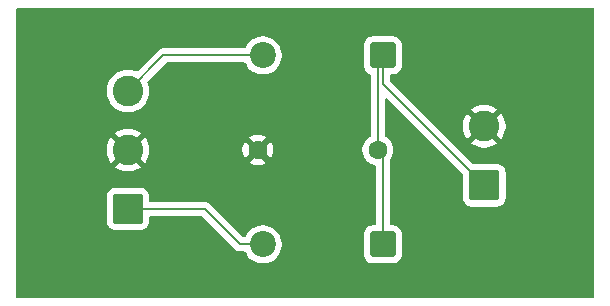
<source format=gbr>
%TF.GenerationSoftware,KiCad,Pcbnew,9.0.2*%
%TF.CreationDate,2025-06-05T14:58:04+05:30*%
%TF.ProjectId,fullwave rectifier,66756c6c-7761-4766-9520-726563746966,v1*%
%TF.SameCoordinates,Original*%
%TF.FileFunction,Copper,L2,Bot*%
%TF.FilePolarity,Positive*%
%FSLAX46Y46*%
G04 Gerber Fmt 4.6, Leading zero omitted, Abs format (unit mm)*
G04 Created by KiCad (PCBNEW 9.0.2) date 2025-06-05 14:58:04*
%MOMM*%
%LPD*%
G01*
G04 APERTURE LIST*
G04 Aperture macros list*
%AMRoundRect*
0 Rectangle with rounded corners*
0 $1 Rounding radius*
0 $2 $3 $4 $5 $6 $7 $8 $9 X,Y pos of 4 corners*
0 Add a 4 corners polygon primitive as box body*
4,1,4,$2,$3,$4,$5,$6,$7,$8,$9,$2,$3,0*
0 Add four circle primitives for the rounded corners*
1,1,$1+$1,$2,$3*
1,1,$1+$1,$4,$5*
1,1,$1+$1,$6,$7*
1,1,$1+$1,$8,$9*
0 Add four rect primitives between the rounded corners*
20,1,$1+$1,$2,$3,$4,$5,0*
20,1,$1+$1,$4,$5,$6,$7,0*
20,1,$1+$1,$6,$7,$8,$9,0*
20,1,$1+$1,$8,$9,$2,$3,0*%
G04 Aperture macros list end*
%TA.AperFunction,ComponentPad*%
%ADD10RoundRect,0.250000X1.050000X-1.050000X1.050000X1.050000X-1.050000X1.050000X-1.050000X-1.050000X0*%
%TD*%
%TA.AperFunction,ComponentPad*%
%ADD11C,2.600000*%
%TD*%
%TA.AperFunction,ComponentPad*%
%ADD12RoundRect,0.249999X0.850001X0.850001X-0.850001X0.850001X-0.850001X-0.850001X0.850001X-0.850001X0*%
%TD*%
%TA.AperFunction,ComponentPad*%
%ADD13C,2.200000*%
%TD*%
%TA.AperFunction,ComponentPad*%
%ADD14C,1.600000*%
%TD*%
%TA.AperFunction,Conductor*%
%ADD15C,0.200000*%
%TD*%
G04 APERTURE END LIST*
D10*
%TO.P,J2,1,Pin_1*%
%TO.N,Net-(D1-K)*%
X220000000Y-148500000D03*
D11*
%TO.P,J2,2,Pin_2*%
%TO.N,GND*%
X220000000Y-143500000D03*
%TD*%
D12*
%TO.P,D1,1,K*%
%TO.N,Net-(D1-K)*%
X211407500Y-137500000D03*
D13*
%TO.P,D1,2,A*%
%TO.N,Net-(D1-A)*%
X201247500Y-137500000D03*
%TD*%
D10*
%TO.P,J1,1,Pin_1*%
%TO.N,Net-(D2-A)*%
X189827500Y-150500000D03*
D11*
%TO.P,J1,2,Pin_2*%
%TO.N,GND*%
X189827500Y-145500000D03*
%TO.P,J1,3,Pin_3*%
%TO.N,Net-(D1-A)*%
X189827500Y-140500000D03*
%TD*%
D12*
%TO.P,D2,1,K*%
%TO.N,Net-(D1-K)*%
X211407500Y-153500000D03*
D13*
%TO.P,D2,2,A*%
%TO.N,Net-(D2-A)*%
X201247500Y-153500000D03*
%TD*%
D14*
%TO.P,R1,1*%
%TO.N,GND*%
X200827500Y-145500000D03*
%TO.P,R1,2*%
%TO.N,Net-(D1-K)*%
X210987500Y-145500000D03*
%TD*%
D15*
%TO.N,Net-(D2-A)*%
X196327500Y-150500000D02*
X189827500Y-150500000D01*
X199327500Y-153500000D02*
X196327500Y-150500000D01*
X201247500Y-153500000D02*
X199327500Y-153500000D01*
%TO.N,Net-(D1-A)*%
X192827500Y-137500000D02*
X201247500Y-137500000D01*
X189827500Y-140500000D02*
X192827500Y-137500000D01*
%TO.N,Net-(D1-K)*%
X210987500Y-137920000D02*
X211407500Y-137500000D01*
X210987500Y-145500000D02*
X210987500Y-137920000D01*
X211407500Y-153500000D02*
X211407500Y-145920000D01*
X211407500Y-137500000D02*
X211407500Y-139907500D01*
X211407500Y-139907500D02*
X220000000Y-148500000D01*
X211407500Y-145920000D02*
X210987500Y-145500000D01*
%TD*%
%TA.AperFunction,Conductor*%
%TO.N,GND*%
G36*
X229270039Y-133520185D02*
G01*
X229315794Y-133572989D01*
X229327000Y-133624500D01*
X229327000Y-157875500D01*
X229307315Y-157942539D01*
X229254511Y-157988294D01*
X229203000Y-157999500D01*
X180452000Y-157999500D01*
X180384961Y-157979815D01*
X180339206Y-157927011D01*
X180328000Y-157875500D01*
X180328000Y-149399983D01*
X188027000Y-149399983D01*
X188027000Y-151600001D01*
X188027001Y-151600018D01*
X188037500Y-151702796D01*
X188037501Y-151702799D01*
X188092685Y-151869331D01*
X188092687Y-151869336D01*
X188111292Y-151899500D01*
X188184788Y-152018656D01*
X188308844Y-152142712D01*
X188458166Y-152234814D01*
X188624703Y-152289999D01*
X188727491Y-152300500D01*
X190927508Y-152300499D01*
X191030297Y-152289999D01*
X191196834Y-152234814D01*
X191346156Y-152142712D01*
X191470212Y-152018656D01*
X191562314Y-151869334D01*
X191617499Y-151702797D01*
X191628000Y-151600009D01*
X191628000Y-151224500D01*
X191647685Y-151157461D01*
X191700489Y-151111706D01*
X191752000Y-151100500D01*
X196027403Y-151100500D01*
X196094442Y-151120185D01*
X196115083Y-151136818D01*
X198958784Y-153980520D01*
X198958786Y-153980521D01*
X198958790Y-153980524D01*
X199095709Y-154059573D01*
X199095716Y-154059577D01*
X199248443Y-154100501D01*
X199248445Y-154100501D01*
X199414154Y-154100501D01*
X199414170Y-154100500D01*
X199681200Y-154100500D01*
X199748239Y-154120185D01*
X199791685Y-154168205D01*
X199878632Y-154338848D01*
X200026701Y-154542649D01*
X200026705Y-154542654D01*
X200204845Y-154720794D01*
X200204850Y-154720798D01*
X200382617Y-154849952D01*
X200408655Y-154868870D01*
X200551684Y-154941747D01*
X200633116Y-154983239D01*
X200633118Y-154983239D01*
X200633121Y-154983241D01*
X200872715Y-155061090D01*
X201121538Y-155100500D01*
X201121539Y-155100500D01*
X201373461Y-155100500D01*
X201373462Y-155100500D01*
X201622285Y-155061090D01*
X201861879Y-154983241D01*
X202086345Y-154868870D01*
X202290156Y-154720793D01*
X202468293Y-154542656D01*
X202616370Y-154338845D01*
X202730741Y-154114379D01*
X202808590Y-153874785D01*
X202848000Y-153625962D01*
X202848000Y-153374038D01*
X202808590Y-153125215D01*
X202730741Y-152885621D01*
X202730739Y-152885618D01*
X202730739Y-152885616D01*
X202689247Y-152804184D01*
X202616370Y-152661155D01*
X202571925Y-152599982D01*
X202468298Y-152457350D01*
X202468294Y-152457345D01*
X202290154Y-152279205D01*
X202290149Y-152279201D01*
X202086348Y-152131132D01*
X202086347Y-152131131D01*
X202086345Y-152131130D01*
X202016247Y-152095413D01*
X201861883Y-152016760D01*
X201622285Y-151938910D01*
X201373462Y-151899500D01*
X201121538Y-151899500D01*
X201055238Y-151910001D01*
X200872714Y-151938910D01*
X200633116Y-152016760D01*
X200408651Y-152131132D01*
X200204850Y-152279201D01*
X200204845Y-152279205D01*
X200026705Y-152457345D01*
X200026701Y-152457350D01*
X199878632Y-152661151D01*
X199791685Y-152831795D01*
X199781235Y-152842859D01*
X199774913Y-152856703D01*
X199757733Y-152867743D01*
X199743711Y-152882591D01*
X199728029Y-152886832D01*
X199716135Y-152894477D01*
X199681200Y-152899500D01*
X199627598Y-152899500D01*
X199560559Y-152879815D01*
X199539917Y-152863181D01*
X196815090Y-150138355D01*
X196815088Y-150138352D01*
X196696217Y-150019481D01*
X196696216Y-150019480D01*
X196609404Y-149969360D01*
X196609404Y-149969359D01*
X196609400Y-149969358D01*
X196559285Y-149940423D01*
X196406557Y-149899499D01*
X196248443Y-149899499D01*
X196240847Y-149899499D01*
X196240831Y-149899500D01*
X191751999Y-149899500D01*
X191684960Y-149879815D01*
X191639205Y-149827011D01*
X191627999Y-149775500D01*
X191627999Y-149399998D01*
X191627998Y-149399981D01*
X191617499Y-149297203D01*
X191617498Y-149297200D01*
X191562314Y-149130666D01*
X191470212Y-148981344D01*
X191346156Y-148857288D01*
X191196834Y-148765186D01*
X191030297Y-148710001D01*
X191030295Y-148710000D01*
X190927510Y-148699500D01*
X188727498Y-148699500D01*
X188727481Y-148699501D01*
X188624703Y-148710000D01*
X188624700Y-148710001D01*
X188458168Y-148765185D01*
X188458163Y-148765187D01*
X188308842Y-148857289D01*
X188184789Y-148981342D01*
X188092687Y-149130663D01*
X188092686Y-149130666D01*
X188037501Y-149297203D01*
X188037501Y-149297204D01*
X188037500Y-149297204D01*
X188027000Y-149399983D01*
X180328000Y-149399983D01*
X180328000Y-145382014D01*
X188027500Y-145382014D01*
X188027500Y-145617985D01*
X188058299Y-145851914D01*
X188119370Y-146079837D01*
X188209660Y-146297819D01*
X188209665Y-146297828D01*
X188327644Y-146502171D01*
X188327645Y-146502172D01*
X188390221Y-146583723D01*
X189226458Y-145747487D01*
X189251478Y-145807890D01*
X189322612Y-145914351D01*
X189413149Y-146004888D01*
X189519610Y-146076022D01*
X189580011Y-146101041D01*
X188743775Y-146937277D01*
X188825327Y-146999854D01*
X188825328Y-146999855D01*
X189029671Y-147117834D01*
X189029680Y-147117839D01*
X189247663Y-147208129D01*
X189247661Y-147208129D01*
X189475585Y-147269200D01*
X189709514Y-147299999D01*
X189709529Y-147300000D01*
X189945471Y-147300000D01*
X189945485Y-147299999D01*
X190179414Y-147269200D01*
X190407337Y-147208129D01*
X190625319Y-147117839D01*
X190625328Y-147117834D01*
X190829681Y-146999850D01*
X190911223Y-146937279D01*
X190911223Y-146937276D01*
X190074987Y-146101041D01*
X190135390Y-146076022D01*
X190241851Y-146004888D01*
X190332388Y-145914351D01*
X190403522Y-145807890D01*
X190428541Y-145747488D01*
X191264776Y-146583723D01*
X191264779Y-146583723D01*
X191327354Y-146502175D01*
X191345808Y-146470214D01*
X191445331Y-146297835D01*
X191445339Y-146297819D01*
X191535629Y-146079837D01*
X191596700Y-145851914D01*
X191627499Y-145617985D01*
X191627500Y-145617971D01*
X191627500Y-145397682D01*
X199527500Y-145397682D01*
X199527500Y-145602317D01*
X199559509Y-145804417D01*
X199622744Y-145999031D01*
X199715641Y-146181350D01*
X199715647Y-146181359D01*
X199748023Y-146225921D01*
X199748024Y-146225922D01*
X200427500Y-145546446D01*
X200427500Y-145552661D01*
X200454759Y-145654394D01*
X200507420Y-145745606D01*
X200581894Y-145820080D01*
X200673106Y-145872741D01*
X200774839Y-145900000D01*
X200781053Y-145900000D01*
X200101576Y-146579474D01*
X200146150Y-146611859D01*
X200328468Y-146704755D01*
X200523082Y-146767990D01*
X200725183Y-146800000D01*
X200929817Y-146800000D01*
X201131917Y-146767990D01*
X201326531Y-146704755D01*
X201508849Y-146611859D01*
X201553421Y-146579474D01*
X200873947Y-145900000D01*
X200880161Y-145900000D01*
X200981894Y-145872741D01*
X201073106Y-145820080D01*
X201147580Y-145745606D01*
X201200241Y-145654394D01*
X201227500Y-145552661D01*
X201227500Y-145546447D01*
X201906974Y-146225921D01*
X201939359Y-146181349D01*
X202032255Y-145999031D01*
X202095490Y-145804417D01*
X202127500Y-145602317D01*
X202127500Y-145397682D01*
X202127495Y-145397648D01*
X209687000Y-145397648D01*
X209687000Y-145602351D01*
X209719022Y-145804534D01*
X209782281Y-145999223D01*
X209821413Y-146076022D01*
X209875085Y-146181359D01*
X209875215Y-146181613D01*
X209995528Y-146347213D01*
X210140286Y-146491971D01*
X210295249Y-146604556D01*
X210305890Y-146612287D01*
X210405775Y-146663181D01*
X210488276Y-146705218D01*
X210488278Y-146705218D01*
X210488281Y-146705220D01*
X210682966Y-146768477D01*
X210702397Y-146771554D01*
X210765529Y-146801480D01*
X210802463Y-146860790D01*
X210807000Y-146894027D01*
X210807000Y-151775500D01*
X210787315Y-151842539D01*
X210734511Y-151888294D01*
X210683000Y-151899500D01*
X210507482Y-151899500D01*
X210404703Y-151910000D01*
X210404702Y-151910001D01*
X210322169Y-151937349D01*
X210238167Y-151965185D01*
X210238162Y-151965187D01*
X210088842Y-152057289D01*
X209964789Y-152181342D01*
X209872687Y-152330662D01*
X209872686Y-152330665D01*
X209817501Y-152497202D01*
X209817501Y-152497203D01*
X209817500Y-152497203D01*
X209807000Y-152599982D01*
X209807000Y-154400017D01*
X209817500Y-154502796D01*
X209872685Y-154669332D01*
X209872686Y-154669335D01*
X209964788Y-154818656D01*
X210088844Y-154942712D01*
X210238165Y-155034814D01*
X210404702Y-155089999D01*
X210507490Y-155100500D01*
X210507495Y-155100500D01*
X212307505Y-155100500D01*
X212307510Y-155100500D01*
X212410298Y-155089999D01*
X212576835Y-155034814D01*
X212726156Y-154942712D01*
X212850212Y-154818656D01*
X212942314Y-154669335D01*
X212997499Y-154502798D01*
X213008000Y-154400010D01*
X213008000Y-152599990D01*
X212997499Y-152497202D01*
X212942314Y-152330665D01*
X212850212Y-152181344D01*
X212726156Y-152057288D01*
X212576835Y-151965186D01*
X212410298Y-151910001D01*
X212410296Y-151910000D01*
X212307517Y-151899500D01*
X212307510Y-151899500D01*
X212132000Y-151899500D01*
X212064961Y-151879815D01*
X212019206Y-151827011D01*
X212008000Y-151775500D01*
X212008000Y-146348233D01*
X212027685Y-146281194D01*
X212031664Y-146275372D01*
X212099787Y-146181610D01*
X212189306Y-146005917D01*
X212192718Y-145999223D01*
X212192718Y-145999222D01*
X212192720Y-145999219D01*
X212255977Y-145804534D01*
X212288000Y-145602352D01*
X212288000Y-145397648D01*
X212267656Y-145269200D01*
X212255977Y-145195465D01*
X212220295Y-145085649D01*
X212192720Y-145000781D01*
X212192718Y-145000778D01*
X212192718Y-145000776D01*
X212153587Y-144923978D01*
X212099787Y-144818390D01*
X212067592Y-144774077D01*
X211979471Y-144652786D01*
X211834713Y-144508028D01*
X211669110Y-144387712D01*
X211655700Y-144380879D01*
X211604906Y-144332903D01*
X211588000Y-144270397D01*
X211588000Y-141236597D01*
X211607685Y-141169558D01*
X211660489Y-141123803D01*
X211729647Y-141113859D01*
X211793203Y-141142884D01*
X211799681Y-141148916D01*
X218163181Y-147512416D01*
X218196666Y-147573739D01*
X218199500Y-147600097D01*
X218199500Y-149600001D01*
X218199501Y-149600018D01*
X218210000Y-149702796D01*
X218210001Y-149702799D01*
X218265185Y-149869331D01*
X218265186Y-149869334D01*
X218357288Y-150018656D01*
X218481344Y-150142712D01*
X218630666Y-150234814D01*
X218797203Y-150289999D01*
X218899991Y-150300500D01*
X221100008Y-150300499D01*
X221202797Y-150289999D01*
X221369334Y-150234814D01*
X221518656Y-150142712D01*
X221642712Y-150018656D01*
X221734814Y-149869334D01*
X221789999Y-149702797D01*
X221800500Y-149600009D01*
X221800499Y-147399992D01*
X221789999Y-147297203D01*
X221734814Y-147130666D01*
X221642712Y-146981344D01*
X221518656Y-146857288D01*
X221425777Y-146800000D01*
X221369336Y-146765187D01*
X221369331Y-146765185D01*
X221367862Y-146764698D01*
X221202797Y-146710001D01*
X221202795Y-146710000D01*
X221100016Y-146699500D01*
X221100009Y-146699500D01*
X219100097Y-146699500D01*
X219033058Y-146679815D01*
X219012416Y-146663181D01*
X215731249Y-143382014D01*
X218200000Y-143382014D01*
X218200000Y-143617985D01*
X218230799Y-143851914D01*
X218291870Y-144079837D01*
X218382160Y-144297819D01*
X218382165Y-144297828D01*
X218500144Y-144502171D01*
X218500145Y-144502172D01*
X218562721Y-144583723D01*
X219398958Y-143747487D01*
X219423978Y-143807890D01*
X219495112Y-143914351D01*
X219585649Y-144004888D01*
X219692110Y-144076022D01*
X219752511Y-144101041D01*
X218916275Y-144937277D01*
X218997827Y-144999854D01*
X218997828Y-144999855D01*
X219202171Y-145117834D01*
X219202180Y-145117839D01*
X219420163Y-145208129D01*
X219420161Y-145208129D01*
X219648085Y-145269200D01*
X219882014Y-145299999D01*
X219882029Y-145300000D01*
X220117971Y-145300000D01*
X220117985Y-145299999D01*
X220351914Y-145269200D01*
X220579837Y-145208129D01*
X220797819Y-145117839D01*
X220797828Y-145117834D01*
X221002181Y-144999850D01*
X221083723Y-144937279D01*
X221083723Y-144937276D01*
X220247487Y-144101041D01*
X220307890Y-144076022D01*
X220414351Y-144004888D01*
X220504888Y-143914351D01*
X220576022Y-143807890D01*
X220601041Y-143747488D01*
X221437276Y-144583723D01*
X221437279Y-144583723D01*
X221499850Y-144502181D01*
X221617834Y-144297828D01*
X221617839Y-144297819D01*
X221708129Y-144079837D01*
X221769200Y-143851914D01*
X221799999Y-143617985D01*
X221800000Y-143617971D01*
X221800000Y-143382028D01*
X221799999Y-143382014D01*
X221769200Y-143148085D01*
X221708129Y-142920162D01*
X221617839Y-142702180D01*
X221617834Y-142702171D01*
X221499855Y-142497828D01*
X221499854Y-142497827D01*
X221437277Y-142416275D01*
X220601041Y-143252511D01*
X220576022Y-143192110D01*
X220504888Y-143085649D01*
X220414351Y-142995112D01*
X220307890Y-142923978D01*
X220247488Y-142898958D01*
X221083723Y-142062721D01*
X221002172Y-142000145D01*
X221002171Y-142000144D01*
X220797828Y-141882165D01*
X220797819Y-141882160D01*
X220579836Y-141791870D01*
X220579838Y-141791870D01*
X220351914Y-141730799D01*
X220117985Y-141700000D01*
X219882014Y-141700000D01*
X219648085Y-141730799D01*
X219420162Y-141791870D01*
X219202180Y-141882160D01*
X219202171Y-141882165D01*
X218997828Y-142000144D01*
X218997818Y-142000150D01*
X218916275Y-142062720D01*
X218916275Y-142062721D01*
X219752512Y-142898958D01*
X219692110Y-142923978D01*
X219585649Y-142995112D01*
X219495112Y-143085649D01*
X219423978Y-143192110D01*
X219398958Y-143252512D01*
X218562721Y-142416275D01*
X218562720Y-142416275D01*
X218500150Y-142497818D01*
X218500144Y-142497828D01*
X218382165Y-142702171D01*
X218382160Y-142702180D01*
X218291870Y-142920162D01*
X218230799Y-143148085D01*
X218200000Y-143382014D01*
X215731249Y-143382014D01*
X212044319Y-139695084D01*
X212010834Y-139633761D01*
X212008000Y-139607403D01*
X212008000Y-139224500D01*
X212027685Y-139157461D01*
X212080489Y-139111706D01*
X212132000Y-139100500D01*
X212307505Y-139100500D01*
X212307510Y-139100500D01*
X212410298Y-139089999D01*
X212576835Y-139034814D01*
X212726156Y-138942712D01*
X212850212Y-138818656D01*
X212942314Y-138669335D01*
X212997499Y-138502798D01*
X213008000Y-138400010D01*
X213008000Y-136599990D01*
X212997499Y-136497202D01*
X212942314Y-136330665D01*
X212850212Y-136181344D01*
X212726156Y-136057288D01*
X212576835Y-135965186D01*
X212410298Y-135910001D01*
X212410296Y-135910000D01*
X212307517Y-135899500D01*
X212307510Y-135899500D01*
X210507490Y-135899500D01*
X210507482Y-135899500D01*
X210404703Y-135910000D01*
X210404702Y-135910001D01*
X210322169Y-135937349D01*
X210238167Y-135965185D01*
X210238162Y-135965187D01*
X210088842Y-136057289D01*
X209964789Y-136181342D01*
X209872687Y-136330662D01*
X209872686Y-136330665D01*
X209817501Y-136497202D01*
X209817501Y-136497203D01*
X209817500Y-136497203D01*
X209807000Y-136599982D01*
X209807000Y-138400017D01*
X209817500Y-138502796D01*
X209872685Y-138669332D01*
X209872687Y-138669337D01*
X209904426Y-138720793D01*
X209964788Y-138818656D01*
X210088844Y-138942712D01*
X210238165Y-139034814D01*
X210302005Y-139055968D01*
X210359448Y-139095739D01*
X210386272Y-139160254D01*
X210387000Y-139173673D01*
X210387000Y-144270397D01*
X210367315Y-144337436D01*
X210319300Y-144380879D01*
X210305889Y-144387712D01*
X210140286Y-144508028D01*
X209995528Y-144652786D01*
X209875215Y-144818386D01*
X209782281Y-145000776D01*
X209719022Y-145195465D01*
X209687000Y-145397648D01*
X202127495Y-145397648D01*
X202095490Y-145195582D01*
X202032255Y-145000968D01*
X201939359Y-144818650D01*
X201906974Y-144774077D01*
X201906974Y-144774076D01*
X201227500Y-145453551D01*
X201227500Y-145447339D01*
X201200241Y-145345606D01*
X201147580Y-145254394D01*
X201073106Y-145179920D01*
X200981894Y-145127259D01*
X200880161Y-145100000D01*
X200873946Y-145100000D01*
X201553422Y-144420524D01*
X201553421Y-144420523D01*
X201508859Y-144388147D01*
X201508850Y-144388141D01*
X201326531Y-144295244D01*
X201131917Y-144232009D01*
X200929817Y-144200000D01*
X200725183Y-144200000D01*
X200523082Y-144232009D01*
X200328468Y-144295244D01*
X200146144Y-144388143D01*
X200101577Y-144420523D01*
X200101577Y-144420524D01*
X200781054Y-145100000D01*
X200774839Y-145100000D01*
X200673106Y-145127259D01*
X200581894Y-145179920D01*
X200507420Y-145254394D01*
X200454759Y-145345606D01*
X200427500Y-145447339D01*
X200427500Y-145453553D01*
X199748024Y-144774077D01*
X199748023Y-144774077D01*
X199715643Y-144818644D01*
X199622744Y-145000968D01*
X199559509Y-145195582D01*
X199527500Y-145397682D01*
X191627500Y-145397682D01*
X191627500Y-145382028D01*
X191627499Y-145382014D01*
X191596700Y-145148085D01*
X191535629Y-144920162D01*
X191445339Y-144702180D01*
X191445334Y-144702171D01*
X191345805Y-144529784D01*
X191345804Y-144529782D01*
X191327359Y-144497834D01*
X191327354Y-144497827D01*
X191264777Y-144416275D01*
X190428541Y-145252511D01*
X190403522Y-145192110D01*
X190332388Y-145085649D01*
X190241851Y-144995112D01*
X190135390Y-144923978D01*
X190074988Y-144898958D01*
X190911223Y-144062721D01*
X190829672Y-144000145D01*
X190829671Y-144000144D01*
X190625328Y-143882165D01*
X190625319Y-143882160D01*
X190407336Y-143791870D01*
X190407338Y-143791870D01*
X190179414Y-143730799D01*
X189945485Y-143700000D01*
X189709514Y-143700000D01*
X189475585Y-143730799D01*
X189247662Y-143791870D01*
X189029680Y-143882160D01*
X189029671Y-143882165D01*
X188825328Y-144000144D01*
X188825318Y-144000150D01*
X188743775Y-144062720D01*
X188743775Y-144062721D01*
X189580012Y-144898958D01*
X189519610Y-144923978D01*
X189413149Y-144995112D01*
X189322612Y-145085649D01*
X189251478Y-145192110D01*
X189226458Y-145252511D01*
X188390221Y-144416275D01*
X188390220Y-144416275D01*
X188327650Y-144497818D01*
X188327644Y-144497828D01*
X188209665Y-144702171D01*
X188209660Y-144702180D01*
X188119370Y-144920162D01*
X188058299Y-145148085D01*
X188027500Y-145382014D01*
X180328000Y-145382014D01*
X180328000Y-140381995D01*
X188027000Y-140381995D01*
X188027000Y-140618004D01*
X188027001Y-140618020D01*
X188057806Y-140852010D01*
X188118894Y-141079993D01*
X188209214Y-141298045D01*
X188209219Y-141298056D01*
X188280177Y-141420957D01*
X188327227Y-141502450D01*
X188327229Y-141502453D01*
X188327230Y-141502454D01*
X188470906Y-141689697D01*
X188470912Y-141689704D01*
X188637795Y-141856587D01*
X188637801Y-141856592D01*
X188825050Y-142000273D01*
X188933213Y-142062721D01*
X189029443Y-142118280D01*
X189029448Y-142118282D01*
X189029451Y-142118284D01*
X189247507Y-142208606D01*
X189475486Y-142269693D01*
X189709489Y-142300500D01*
X189709496Y-142300500D01*
X189945504Y-142300500D01*
X189945511Y-142300500D01*
X190179514Y-142269693D01*
X190407493Y-142208606D01*
X190625549Y-142118284D01*
X190829950Y-142000273D01*
X191017199Y-141856592D01*
X191184092Y-141689699D01*
X191327773Y-141502450D01*
X191445784Y-141298049D01*
X191536106Y-141079993D01*
X191597193Y-140852014D01*
X191628000Y-140618011D01*
X191628000Y-140381989D01*
X191597193Y-140147986D01*
X191536106Y-139920007D01*
X191485983Y-139799001D01*
X191478515Y-139729535D01*
X191509790Y-139667055D01*
X191512835Y-139663899D01*
X193039917Y-138136819D01*
X193101240Y-138103334D01*
X193127598Y-138100500D01*
X199681200Y-138100500D01*
X199748239Y-138120185D01*
X199791685Y-138168205D01*
X199878632Y-138338848D01*
X200026701Y-138542649D01*
X200026705Y-138542654D01*
X200204845Y-138720794D01*
X200204850Y-138720798D01*
X200371003Y-138841514D01*
X200408655Y-138868870D01*
X200551684Y-138941747D01*
X200633116Y-138983239D01*
X200633118Y-138983239D01*
X200633121Y-138983241D01*
X200872715Y-139061090D01*
X201121538Y-139100500D01*
X201121539Y-139100500D01*
X201373461Y-139100500D01*
X201373462Y-139100500D01*
X201622285Y-139061090D01*
X201861879Y-138983241D01*
X202086345Y-138868870D01*
X202290156Y-138720793D01*
X202468293Y-138542656D01*
X202616370Y-138338845D01*
X202730741Y-138114379D01*
X202808590Y-137874785D01*
X202848000Y-137625962D01*
X202848000Y-137374038D01*
X202808590Y-137125215D01*
X202730741Y-136885621D01*
X202730739Y-136885618D01*
X202730739Y-136885616D01*
X202689247Y-136804184D01*
X202616370Y-136661155D01*
X202571925Y-136599982D01*
X202468298Y-136457350D01*
X202468294Y-136457345D01*
X202290154Y-136279205D01*
X202290149Y-136279201D01*
X202086348Y-136131132D01*
X202086347Y-136131131D01*
X202086345Y-136131130D01*
X202016247Y-136095413D01*
X201861883Y-136016760D01*
X201622285Y-135938910D01*
X201373462Y-135899500D01*
X201121538Y-135899500D01*
X201055238Y-135910001D01*
X200872714Y-135938910D01*
X200633116Y-136016760D01*
X200408651Y-136131132D01*
X200204850Y-136279201D01*
X200204845Y-136279205D01*
X200026705Y-136457345D01*
X200026701Y-136457350D01*
X199878632Y-136661151D01*
X199791685Y-136831795D01*
X199743711Y-136882591D01*
X199681200Y-136899500D01*
X192914170Y-136899500D01*
X192914154Y-136899499D01*
X192906558Y-136899499D01*
X192748443Y-136899499D01*
X192672079Y-136919961D01*
X192595714Y-136940423D01*
X192595709Y-136940426D01*
X192458790Y-137019475D01*
X192458782Y-137019481D01*
X190663628Y-138814634D01*
X190602305Y-138848119D01*
X190532613Y-138843135D01*
X190528494Y-138841514D01*
X190407497Y-138791395D01*
X190179510Y-138730306D01*
X189945520Y-138699501D01*
X189945517Y-138699500D01*
X189945511Y-138699500D01*
X189709489Y-138699500D01*
X189709483Y-138699500D01*
X189709479Y-138699501D01*
X189475489Y-138730306D01*
X189247506Y-138791394D01*
X189029454Y-138881714D01*
X189029443Y-138881719D01*
X188825045Y-138999730D01*
X188637802Y-139143406D01*
X188637795Y-139143412D01*
X188470912Y-139310295D01*
X188470906Y-139310302D01*
X188327230Y-139497545D01*
X188209219Y-139701943D01*
X188209214Y-139701954D01*
X188118894Y-139920006D01*
X188057806Y-140147989D01*
X188027001Y-140381979D01*
X188027000Y-140381995D01*
X180328000Y-140381995D01*
X180328000Y-133624500D01*
X180347685Y-133557461D01*
X180400489Y-133511706D01*
X180452000Y-133500500D01*
X229203000Y-133500500D01*
X229270039Y-133520185D01*
G37*
%TD.AperFunction*%
%TD*%
M02*

</source>
